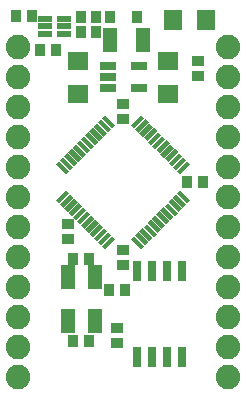
<source format=gbs>
G75*
G70*
%OFA0B0*%
%FSLAX24Y24*%
%IPPOS*%
%LPD*%
%AMOC8*
5,1,8,0,0,1.08239X$1,22.5*
%
%ADD10R,0.0710X0.0631*%
%ADD11R,0.0552X0.0297*%
%ADD12C,0.0820*%
%ADD13R,0.0513X0.0828*%
%ADD14R,0.0356X0.0434*%
%ADD15R,0.0474X0.0789*%
%ADD16R,0.0328X0.0407*%
%ADD17R,0.0159X0.0474*%
%ADD18R,0.0474X0.0159*%
%ADD19R,0.0434X0.0356*%
%ADD20R,0.0300X0.0670*%
%ADD21R,0.0470X0.0198*%
%ADD22R,0.0631X0.0710*%
D10*
X003743Y010089D03*
X003743Y011191D03*
X006743Y011191D03*
X006743Y010089D03*
D11*
X005755Y010266D03*
X005755Y011014D03*
X004731Y011014D03*
X004731Y010640D03*
X004731Y010266D03*
D12*
X001743Y000640D03*
X001743Y001640D03*
X001743Y002640D03*
X001743Y003640D03*
X001743Y004640D03*
X001743Y005640D03*
X001743Y006640D03*
X001743Y007640D03*
X001743Y008640D03*
X001743Y009640D03*
X001743Y010640D03*
X001743Y011640D03*
X008743Y011640D03*
X008743Y010640D03*
X008743Y009640D03*
X008743Y008640D03*
X008743Y007640D03*
X008743Y006640D03*
X008743Y005640D03*
X008743Y004640D03*
X008743Y003640D03*
X008743Y002640D03*
X008743Y001640D03*
X008743Y000640D03*
D13*
X004296Y002512D03*
X003390Y002512D03*
X003390Y003968D03*
X004296Y003968D03*
D14*
X004099Y004590D03*
X003587Y004590D03*
X004787Y003540D03*
X005299Y003540D03*
X004099Y001840D03*
X003587Y001840D03*
X007387Y007140D03*
X007899Y007140D03*
X004349Y012140D03*
X004349Y012640D03*
X003837Y012640D03*
X003837Y012140D03*
X002999Y011540D03*
X002487Y011540D03*
X002199Y012690D03*
X001687Y012690D03*
D15*
X004792Y011890D03*
X005894Y011890D03*
D16*
X005696Y012640D03*
X004790Y012640D03*
D17*
G36*
X005841Y009381D02*
X005953Y009269D01*
X005619Y008935D01*
X005507Y009047D01*
X005841Y009381D01*
G37*
G36*
X005980Y009242D02*
X006092Y009130D01*
X005758Y008796D01*
X005646Y008908D01*
X005980Y009242D01*
G37*
G36*
X006119Y009103D02*
X006231Y008991D01*
X005897Y008657D01*
X005785Y008769D01*
X006119Y009103D01*
G37*
G36*
X006259Y008964D02*
X006371Y008852D01*
X006037Y008518D01*
X005925Y008630D01*
X006259Y008964D01*
G37*
G36*
X006398Y008825D02*
X006510Y008713D01*
X006176Y008379D01*
X006064Y008491D01*
X006398Y008825D01*
G37*
G36*
X006537Y008685D02*
X006649Y008573D01*
X006315Y008239D01*
X006203Y008351D01*
X006537Y008685D01*
G37*
G36*
X006676Y008546D02*
X006788Y008434D01*
X006454Y008100D01*
X006342Y008212D01*
X006676Y008546D01*
G37*
G36*
X006815Y008407D02*
X006927Y008295D01*
X006593Y007961D01*
X006481Y008073D01*
X006815Y008407D01*
G37*
G36*
X006955Y008268D02*
X007067Y008156D01*
X006733Y007822D01*
X006621Y007934D01*
X006955Y008268D01*
G37*
G36*
X007094Y008129D02*
X007206Y008017D01*
X006872Y007683D01*
X006760Y007795D01*
X007094Y008129D01*
G37*
G36*
X007233Y007989D02*
X007345Y007877D01*
X007011Y007543D01*
X006899Y007655D01*
X007233Y007989D01*
G37*
G36*
X007372Y007850D02*
X007484Y007738D01*
X007150Y007404D01*
X007038Y007516D01*
X007372Y007850D01*
G37*
G36*
X004867Y005345D02*
X004979Y005233D01*
X004645Y004899D01*
X004533Y005011D01*
X004867Y005345D01*
G37*
G36*
X004727Y005484D02*
X004839Y005372D01*
X004505Y005038D01*
X004393Y005150D01*
X004727Y005484D01*
G37*
G36*
X004588Y005623D02*
X004700Y005511D01*
X004366Y005177D01*
X004254Y005289D01*
X004588Y005623D01*
G37*
G36*
X004449Y005762D02*
X004561Y005650D01*
X004227Y005316D01*
X004115Y005428D01*
X004449Y005762D01*
G37*
G36*
X004310Y005901D02*
X004422Y005789D01*
X004088Y005455D01*
X003976Y005567D01*
X004310Y005901D01*
G37*
G36*
X004171Y006041D02*
X004283Y005929D01*
X003949Y005595D01*
X003837Y005707D01*
X004171Y006041D01*
G37*
G36*
X004031Y006180D02*
X004143Y006068D01*
X003809Y005734D01*
X003697Y005846D01*
X004031Y006180D01*
G37*
G36*
X003892Y006319D02*
X004004Y006207D01*
X003670Y005873D01*
X003558Y005985D01*
X003892Y006319D01*
G37*
G36*
X003753Y006458D02*
X003865Y006346D01*
X003531Y006012D01*
X003419Y006124D01*
X003753Y006458D01*
G37*
G36*
X003614Y006597D02*
X003726Y006485D01*
X003392Y006151D01*
X003280Y006263D01*
X003614Y006597D01*
G37*
G36*
X003475Y006737D02*
X003587Y006625D01*
X003253Y006291D01*
X003141Y006403D01*
X003475Y006737D01*
G37*
G36*
X003335Y006876D02*
X003447Y006764D01*
X003113Y006430D01*
X003001Y006542D01*
X003335Y006876D01*
G37*
D18*
G36*
X003113Y007850D02*
X003447Y007516D01*
X003335Y007404D01*
X003001Y007738D01*
X003113Y007850D01*
G37*
G36*
X003253Y007989D02*
X003587Y007655D01*
X003475Y007543D01*
X003141Y007877D01*
X003253Y007989D01*
G37*
G36*
X003392Y008129D02*
X003726Y007795D01*
X003614Y007683D01*
X003280Y008017D01*
X003392Y008129D01*
G37*
G36*
X003531Y008268D02*
X003865Y007934D01*
X003753Y007822D01*
X003419Y008156D01*
X003531Y008268D01*
G37*
G36*
X003670Y008407D02*
X004004Y008073D01*
X003892Y007961D01*
X003558Y008295D01*
X003670Y008407D01*
G37*
G36*
X003809Y008546D02*
X004143Y008212D01*
X004031Y008100D01*
X003697Y008434D01*
X003809Y008546D01*
G37*
G36*
X003949Y008685D02*
X004283Y008351D01*
X004171Y008239D01*
X003837Y008573D01*
X003949Y008685D01*
G37*
G36*
X004088Y008825D02*
X004422Y008491D01*
X004310Y008379D01*
X003976Y008713D01*
X004088Y008825D01*
G37*
G36*
X004227Y008964D02*
X004561Y008630D01*
X004449Y008518D01*
X004115Y008852D01*
X004227Y008964D01*
G37*
G36*
X004366Y009103D02*
X004700Y008769D01*
X004588Y008657D01*
X004254Y008991D01*
X004366Y009103D01*
G37*
G36*
X004505Y009242D02*
X004839Y008908D01*
X004727Y008796D01*
X004393Y009130D01*
X004505Y009242D01*
G37*
G36*
X004645Y009381D02*
X004979Y009047D01*
X004867Y008935D01*
X004533Y009269D01*
X004645Y009381D01*
G37*
G36*
X006593Y006319D02*
X006927Y005985D01*
X006815Y005873D01*
X006481Y006207D01*
X006593Y006319D01*
G37*
G36*
X006733Y006458D02*
X007067Y006124D01*
X006955Y006012D01*
X006621Y006346D01*
X006733Y006458D01*
G37*
G36*
X006872Y006597D02*
X007206Y006263D01*
X007094Y006151D01*
X006760Y006485D01*
X006872Y006597D01*
G37*
G36*
X007011Y006737D02*
X007345Y006403D01*
X007233Y006291D01*
X006899Y006625D01*
X007011Y006737D01*
G37*
G36*
X007150Y006876D02*
X007484Y006542D01*
X007372Y006430D01*
X007038Y006764D01*
X007150Y006876D01*
G37*
G36*
X006454Y006180D02*
X006788Y005846D01*
X006676Y005734D01*
X006342Y006068D01*
X006454Y006180D01*
G37*
G36*
X006315Y006041D02*
X006649Y005707D01*
X006537Y005595D01*
X006203Y005929D01*
X006315Y006041D01*
G37*
G36*
X006176Y005901D02*
X006510Y005567D01*
X006398Y005455D01*
X006064Y005789D01*
X006176Y005901D01*
G37*
G36*
X006037Y005762D02*
X006371Y005428D01*
X006259Y005316D01*
X005925Y005650D01*
X006037Y005762D01*
G37*
G36*
X005897Y005623D02*
X006231Y005289D01*
X006119Y005177D01*
X005785Y005511D01*
X005897Y005623D01*
G37*
G36*
X005758Y005484D02*
X006092Y005150D01*
X005980Y005038D01*
X005646Y005372D01*
X005758Y005484D01*
G37*
G36*
X005619Y005345D02*
X005953Y005011D01*
X005841Y004899D01*
X005507Y005233D01*
X005619Y005345D01*
G37*
D19*
X005243Y004896D03*
X005243Y004384D03*
X005043Y002296D03*
X005043Y001784D03*
X003393Y005234D03*
X003393Y005746D03*
X005243Y009234D03*
X005243Y009746D03*
X007743Y010684D03*
X007743Y011196D03*
D20*
X007193Y004180D03*
X006693Y004180D03*
X006193Y004180D03*
X005693Y004180D03*
X005693Y001300D03*
X006193Y001300D03*
X006693Y001300D03*
X007193Y001300D03*
D21*
X003262Y012084D03*
X003262Y012340D03*
X003262Y012596D03*
X002628Y012596D03*
X002628Y012340D03*
X002628Y012084D03*
D22*
X006892Y012540D03*
X007994Y012540D03*
M02*

</source>
